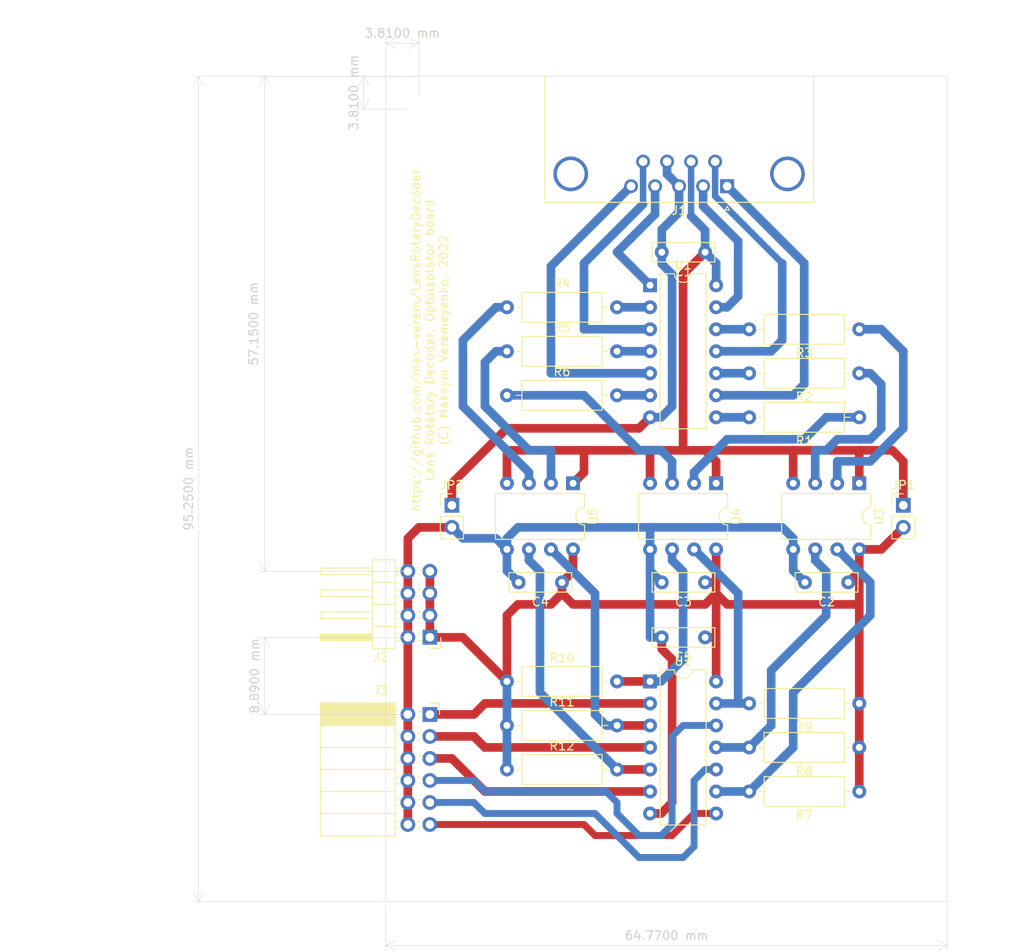
<source format=kicad_pcb>
(kicad_pcb (version 20211014) (generator pcbnew)
  (layers (0 "F.Cu" signal) (31 "B.Cu" signal) (34 "B.Paste" user) (35 "F.Paste" user) (36 "B.SilkS" user "B.Silkscreen") (37 "F.SilkS" user "F.Silkscreen") (38 "B.Mask" user) (39 "F.Mask" user) (44 "Edge.Cuts" user))
  (net 0 "")
  (net 1 "/PWR")
  (net 2 "/IRIS_A")
  (net 3 "/GND")
  (net 4 "/ZOOM_A")
  (net 5 "/IRIS_B")
  (net 6 "/FOCUS_A")
  (net 7 "/ZOOM_B")
  (net 8 "/FOCUS_B")
  (net 10 "Net-(C2-Pad1)")
  (net 11 "Net-(C2-Pad2)")
  (net 12 "Net-(R1-Pad1)")
  (net 13 "Net-(R1-Pad2)")
  (net 14 "Net-(R2-Pad2)")
  (net 15 "Net-(R2-Pad1)")
  (net 16 "Net-(R3-Pad1)")
  (net 17 "Net-(R3-Pad2)")
  (net 18 "Net-(R4-Pad2)")
  (net 19 "Net-(R4-Pad1)")
  (net 20 "Net-(R5-Pad1)")
  (net 21 "Net-(R5-Pad2)")
  (net 22 "Net-(R6-Pad2)")
  (net 23 "Net-(R6-Pad1)")
  (net 24 "Net-(R7-Pad2)")
  (net 25 "Net-(R8-Pad2)")
  (net 26 "Net-(R9-Pad2)")
  (net 27 "Net-(R10-Pad2)")
  (net 28 "Net-(R11-Pad2)")
  (net 29 "Net-(R12-Pad2)")
  (net 30 "/FOCUS_B_OUT")
  (net 31 "/ZOOM_B_OUT")
  (net 32 "/FOCUS_A_OUT")
  (net 33 "/IRIS_B_OUT")
  (net 34 "/ZOOM_A_OUT")
  (net 35 "/IRIS_A_OUT")
  (footprint "Capacitor_THT:C_Rect_L7.0mm_W2.0mm_P5.00mm" (layer "F.Cu") (at 100.33 86.36 180)
    (fp_text reference "C3" (at 2.5 -2.25) (layer "F.SilkS"))
    (fp_text value "100nF")
    (pad "1" thru_hole circle locked (at 0 0 180) (size 1.6 1.6) (drill 0.8) (layers *.Cu *.Mask) (net 10 "Net-(C2-Pad1)"))
    (pad "2" thru_hole circle locked (at 5 0 180) (size 1.6 1.6) (drill 0.8) (layers *.Cu *.Mask) (net 11 "Net-(C2-Pad2)"))
  )
  (footprint "Capacitor_THT:C_Rect_L7.0mm_W2.0mm_P5.00mm" (layer "F.Cu") (at 100.33 92.71 180)
    (fp_text reference "C5" (at 2.5 -2.25) (layer "F.SilkS"))
    (fp_text value "100nF")
    (pad "1" thru_hole circle locked (at 0 0 180) (size 1.6 1.6) (drill 0.8) (layers *.Cu *.Mask) (net 10 "Net-(C2-Pad1)"))
    (pad "2" thru_hole circle locked (at 5 0 180) (size 1.6 1.6) (drill 0.8) (layers *.Cu *.Mask) (net 11 "Net-(C2-Pad2)"))
  )
  (footprint "Connector_Dsub:DSUB-9_Male_Horizontal_P2.77x2.84mm_EdgePinOffset9.90mm_Housed_MountingHolesOffset11.32mm" (layer "F.Cu") (at 102.87 40.64 180)
    (fp_text reference "J1" (at 5.54 -2.8) (layer "F.SilkS"))
    (fp_text value "DB9_Male_MountingHoles")
    (pad "0" thru_hole circle locked (at -6.96 1.42 180) (size 4 4) (drill 3.2) (layers *.Cu *.Mask))
    (pad "0" thru_hole circle locked (at 18.04 1.42 180) (size 4 4) (drill 3.2) (layers *.Cu *.Mask))
    (pad "1" thru_hole rect locked (at 0 0 180) (size 1.6 1.6) (drill 1) (layers *.Cu *.Mask) (net 4 "/ZOOM_A"))
    (pad "2" thru_hole circle locked (at 2.77 0 180) (size 1.6 1.6) (drill 1) (layers *.Cu *.Mask) (net 8 "/FOCUS_B"))
    (pad "3" thru_hole circle locked (at 5.54 0 180) (size 1.6 1.6) (drill 1) (layers *.Cu *.Mask) (net 3 "/GND"))
    (pad "4" thru_hole circle locked (at 8.31 0 180) (size 1.6 1.6) (drill 1) (layers *.Cu *.Mask) (net 2 "/IRIS_A"))
    (pad "5" thru_hole circle locked (at 11.08 0 180) (size 1.6 1.6) (drill 1) (layers *.Cu *.Mask) (net 7 "/ZOOM_B"))
    (pad "6" thru_hole circle locked (at 1.385 2.84 180) (size 1.6 1.6) (drill 1) (layers *.Cu *.Mask) (net 6 "/FOCUS_A"))
    (pad "7" thru_hole circle locked (at 4.155 2.84 180) (size 1.6 1.6) (drill 1) (layers *.Cu *.Mask) (net 1 "/PWR"))
    (pad "8" thru_hole circle locked (at 6.925 2.84 180) (size 1.6 1.6) (drill 1) (layers *.Cu *.Mask) (net 3 "/GND"))
    (pad "9" thru_hole circle locked (at 9.695 2.84 180) (size 1.6 1.6) (drill 1) (layers *.Cu *.Mask) (net 5 "/IRIS_B"))
  )
  (footprint "Connector_PinHeader_2.54mm:PinHeader_1x02_P2.54mm_Vertical" (layer "F.Cu") (at 123.19 77.47)
    (fp_text reference "JP1" (at 0 -2.33) (layer "F.SilkS"))
    (fp_text value "Jumper_2_Open")
    (pad "1" thru_hole rect locked (at 0 0) (size 1.7 1.7) (drill 1) (layers *.Cu *.Mask) (net 1 "/PWR"))
    (pad "2" thru_hole oval locked (at 0 2.54) (size 1.7 1.7) (drill 1) (layers *.Cu *.Mask) (net 10 "Net-(C2-Pad1)"))
  )
  (footprint "Connector_PinHeader_2.54mm:PinHeader_1x02_P2.54mm_Vertical" (layer "F.Cu") (at 71.12 77.47)
    (fp_text reference "JP2" (at 0 -2.33) (layer "F.SilkS"))
    (fp_text value "Jumper_2_Open")
    (pad "1" thru_hole rect locked (at 0 0) (size 1.7 1.7) (drill 1) (layers *.Cu *.Mask) (net 3 "/GND"))
    (pad "2" thru_hole oval locked (at 0 2.54) (size 1.7 1.7) (drill 1) (layers *.Cu *.Mask) (net 11 "Net-(C2-Pad2)"))
  )
  (footprint "Resistor_THT:R_Axial_DIN0309_L9.0mm_D3.2mm_P12.70mm_Horizontal" (layer "F.Cu") (at 118.11 67.31 180)
    (fp_text reference "R1" (at 6.35 -2.72) (layer "F.SilkS"))
    (fp_text value "360")
    (pad "1" thru_hole circle locked (at 0 0 180) (size 1.6 1.6) (drill 0.8) (layers *.Cu *.Mask) (net 12 "Net-(R1-Pad1)"))
    (pad "2" thru_hole oval locked (at 12.7 0 180) (size 1.6 1.6) (drill 0.8) (layers *.Cu *.Mask) (net 13 "Net-(R1-Pad2)"))
  )
  (footprint "Resistor_THT:R_Axial_DIN0309_L9.0mm_D3.2mm_P12.70mm_Horizontal" (layer "F.Cu") (at 118.11 62.23 180)
    (fp_text reference "R2" (at 6.35 -2.72) (layer "F.SilkS"))
    (fp_text value "360")
    (pad "1" thru_hole circle locked (at 0 0 180) (size 1.6 1.6) (drill 0.8) (layers *.Cu *.Mask) (net 15 "Net-(R2-Pad1)"))
    (pad "2" thru_hole oval locked (at 12.7 0 180) (size 1.6 1.6) (drill 0.8) (layers *.Cu *.Mask) (net 14 "Net-(R2-Pad2)"))
  )
  (footprint "Resistor_THT:R_Axial_DIN0309_L9.0mm_D3.2mm_P12.70mm_Horizontal" (layer "F.Cu") (at 118.11 57.15 180)
    (fp_text reference "R3" (at 6.35 -2.72) (layer "F.SilkS"))
    (fp_text value "360")
    (pad "1" thru_hole circle locked (at 0 0 180) (size 1.6 1.6) (drill 0.8) (layers *.Cu *.Mask) (net 16 "Net-(R3-Pad1)"))
    (pad "2" thru_hole oval locked (at 12.7 0 180) (size 1.6 1.6) (drill 0.8) (layers *.Cu *.Mask) (net 17 "Net-(R3-Pad2)"))
  )
  (footprint "Resistor_THT:R_Axial_DIN0309_L9.0mm_D3.2mm_P12.70mm_Horizontal" (layer "F.Cu") (at 77.47 54.61)
    (fp_text reference "R4" (at 6.35 -2.72) (layer "F.SilkS"))
    (fp_text value "360")
    (pad "1" thru_hole circle locked (at 0 0) (size 1.6 1.6) (drill 0.8) (layers *.Cu *.Mask) (net 19 "Net-(R4-Pad1)"))
    (pad "2" thru_hole oval locked (at 12.7 0) (size 1.6 1.6) (drill 0.8) (layers *.Cu *.Mask) (net 18 "Net-(R4-Pad2)"))
  )
  (footprint "Resistor_THT:R_Axial_DIN0309_L9.0mm_D3.2mm_P12.70mm_Horizontal" (layer "F.Cu") (at 77.47 59.69)
    (fp_text reference "R5" (at 6.35 -2.72) (layer "F.SilkS"))
    (fp_text value "360")
    (pad "1" thru_hole circle locked (at 0 0) (size 1.6 1.6) (drill 0.8) (layers *.Cu *.Mask) (net 20 "Net-(R5-Pad1)"))
    (pad "2" thru_hole oval locked (at 12.7 0) (size 1.6 1.6) (drill 0.8) (layers *.Cu *.Mask) (net 21 "Net-(R5-Pad2)"))
  )
  (footprint "Resistor_THT:R_Axial_DIN0309_L9.0mm_D3.2mm_P12.70mm_Horizontal" (layer "F.Cu") (at 77.47 64.77)
    (fp_text reference "R6" (at 6.35 -2.72) (layer "F.SilkS"))
    (fp_text value "360")
    (pad "1" thru_hole circle locked (at 0 0) (size 1.6 1.6) (drill 0.8) (layers *.Cu *.Mask) (net 23 "Net-(R6-Pad1)"))
    (pad "2" thru_hole oval locked (at 12.7 0) (size 1.6 1.6) (drill 0.8) (layers *.Cu *.Mask) (net 22 "Net-(R6-Pad2)"))
  )
  (footprint "Resistor_THT:R_Axial_DIN0309_L9.0mm_D3.2mm_P12.70mm_Horizontal" (layer "F.Cu") (at 118.11 105.41 180)
    (fp_text reference "R8" (at 6.35 -2.72) (layer "F.SilkS"))
    (fp_text value "1k")
    (pad "1" thru_hole circle locked (at 0 0 180) (size 1.6 1.6) (drill 0.8) (layers *.Cu *.Mask) (net 10 "Net-(C2-Pad1)"))
    (pad "2" thru_hole oval locked (at 12.7 0 180) (size 1.6 1.6) (drill 0.8) (layers *.Cu *.Mask) (net 25 "Net-(R8-Pad2)"))
  )
  (footprint "Resistor_THT:R_Axial_DIN0309_L9.0mm_D3.2mm_P12.70mm_Horizontal" (layer "F.Cu") (at 118.11 100.33 180)
    (fp_text reference "R9" (at 6.35 -2.72) (layer "F.SilkS"))
    (fp_text value "1k")
    (pad "1" thru_hole circle locked (at 0 0 180) (size 1.6 1.6) (drill 0.8) (layers *.Cu *.Mask) (net 10 "Net-(C2-Pad1)"))
    (pad "2" thru_hole oval locked (at 12.7 0 180) (size 1.6 1.6) (drill 0.8) (layers *.Cu *.Mask) (net 26 "Net-(R9-Pad2)"))
  )
  (footprint "Resistor_THT:R_Axial_DIN0309_L9.0mm_D3.2mm_P12.70mm_Horizontal" (layer "F.Cu") (at 77.47 97.79)
    (fp_text reference "R10" (at 6.35 -2.72) (layer "F.SilkS"))
    (fp_text value "1k")
    (pad "1" thru_hole circle locked (at 0 0) (size 1.6 1.6) (drill 0.8) (layers *.Cu *.Mask) (net 10 "Net-(C2-Pad1)"))
    (pad "2" thru_hole oval locked (at 12.7 0) (size 1.6 1.6) (drill 0.8) (layers *.Cu *.Mask) (net 27 "Net-(R10-Pad2)"))
  )
  (footprint "Resistor_THT:R_Axial_DIN0309_L9.0mm_D3.2mm_P12.70mm_Horizontal" (layer "F.Cu") (at 77.47 102.87)
    (fp_text reference "R11" (at 6.35 -2.72) (layer "F.SilkS"))
    (fp_text value "1k")
    (pad "1" thru_hole circle locked (at 0 0) (size 1.6 1.6) (drill 0.8) (layers *.Cu *.Mask) (net 10 "Net-(C2-Pad1)"))
    (pad "2" thru_hole oval locked (at 12.7 0) (size 1.6 1.6) (drill 0.8) (layers *.Cu *.Mask) (net 28 "Net-(R11-Pad2)"))
  )
  (footprint "Resistor_THT:R_Axial_DIN0309_L9.0mm_D3.2mm_P12.70mm_Horizontal" (layer "F.Cu") (at 77.47 107.95)
    (fp_text reference "R12" (at 6.35 -2.72) (layer "F.SilkS"))
    (fp_text value "1k")
    (pad "1" thru_hole circle locked (at 0 0) (size 1.6 1.6) (drill 0.8) (layers *.Cu *.Mask) (net 10 "Net-(C2-Pad1)"))
    (pad "2" thru_hole oval locked (at 12.7 0) (size 1.6 1.6) (drill 0.8) (layers *.Cu *.Mask) (net 29 "Net-(R12-Pad2)"))
  )
  (footprint "Package_DIP:DIP-14_W7.62mm" (layer "F.Cu") (at 93.98 52.07)
    (fp_text reference "U1" (at 3.81 -2.33) (layer "F.SilkS"))
    (fp_text value "74AHC04")
    (pad "1" thru_hole rect locked (at 0 0) (size 1.6 1.6) (drill 0.8) (layers *.Cu *.Mask) (net 2 "/IRIS_A"))
    (pad "2" thru_hole oval locked (at 0 2.54) (size 1.6 1.6) (drill 0.8) (layers *.Cu *.Mask) (net 18 "Net-(R4-Pad2)"))
    (pad "3" thru_hole oval locked (at 0 5.08) (size 1.6 1.6) (drill 0.8) (layers *.Cu *.Mask) (net 5 "/IRIS_B"))
    (pad "4" thru_hole oval locked (at 0 7.62) (size 1.6 1.6) (drill 0.8) (layers *.Cu *.Mask) (net 21 "Net-(R5-Pad2)"))
    (pad "5" thru_hole oval locked (at 0 10.16) (size 1.6 1.6) (drill 0.8) (layers *.Cu *.Mask) (net 7 "/ZOOM_B"))
    (pad "6" thru_hole oval locked (at 0 12.7) (size 1.6 1.6) (drill 0.8) (layers *.Cu *.Mask) (net 22 "Net-(R6-Pad2)"))
    (pad "7" thru_hole oval locked (at 0 15.24) (size 1.6 1.6) (drill 0.8) (layers *.Cu *.Mask) (net 3 "/GND"))
    (pad "8" thru_hole oval locked (at 7.62 15.24) (size 1.6 1.6) (drill 0.8) (layers *.Cu *.Mask) (net 13 "Net-(R1-Pad2)"))
    (pad "9" thru_hole oval locked (at 7.62 12.7) (size 1.6 1.6) (drill 0.8) (layers *.Cu *.Mask) (net 4 "/ZOOM_A"))
    (pad "10" thru_hole oval locked (at 7.62 10.16) (size 1.6 1.6) (drill 0.8) (layers *.Cu *.Mask) (net 14 "Net-(R2-Pad2)"))
    (pad "11" thru_hole oval locked (at 7.62 7.62) (size 1.6 1.6) (drill 0.8) (layers *.Cu *.Mask) (net 6 "/FOCUS_A"))
    (pad "12" thru_hole oval locked (at 7.62 5.08) (size 1.6 1.6) (drill 0.8) (layers *.Cu *.Mask) (net 17 "Net-(R3-Pad2)"))
    (pad "13" thru_hole oval locked (at 7.62 2.54) (size 1.6 1.6) (drill 0.8) (layers *.Cu *.Mask) (net 8 "/FOCUS_B"))
    (pad "14" thru_hole oval locked (at 7.62 0) (size 1.6 1.6) (drill 0.8) (layers *.Cu *.Mask) (net 1 "/PWR"))
  )
  (footprint "Package_DIP:DIP-14_W7.62mm" (layer "F.Cu") (at 93.98 97.79)
    (fp_text reference "U2" (at 3.81 -2.33) (layer "F.SilkS"))
    (fp_text value "74AHC04")
    (pad "1" thru_hole rect locked (at 0 0) (size 1.6 1.6) (drill 0.8) (layers *.Cu *.Mask) (net 27 "Net-(R10-Pad2)"))
    (pad "2" thru_hole oval locked (at 0 2.54) (size 1.6 1.6) (drill 0.8) (layers *.Cu *.Mask) (net 31 "/ZOOM_B_OUT"))
    (pad "3" thru_hole oval locked (at 0 5.08) (size 1.6 1.6) (drill 0.8) (layers *.Cu *.Mask) (net 28 "Net-(R11-Pad2)"))
    (pad "4" thru_hole oval locked (at 0 7.62) (size 1.6 1.6) (drill 0.8) (layers *.Cu *.Mask) (net 33 "/IRIS_B_OUT"))
    (pad "5" thru_hole oval locked (at 0 10.16) (size 1.6 1.6) (drill 0.8) (layers *.Cu *.Mask) (net 29 "Net-(R12-Pad2)"))
    (pad "6" thru_hole oval locked (at 0 12.7) (size 1.6 1.6) (drill 0.8) (layers *.Cu *.Mask) (net 35 "/IRIS_A_OUT"))
    (pad "7" thru_hole oval locked (at 0 15.24) (size 1.6 1.6) (drill 0.8) (layers *.Cu *.Mask) (net 11 "Net-(C2-Pad2)"))
    (pad "8" thru_hole oval locked (at 7.62 15.24) (size 1.6 1.6) (drill 0.8) (layers *.Cu *.Mask) (net 30 "/FOCUS_B_OUT"))
    (pad "9" thru_hole oval locked (at 7.62 12.7) (size 1.6 1.6) (drill 0.8) (layers *.Cu *.Mask) (net 24 "Net-(R7-Pad2)"))
    (pad "10" thru_hole oval locked (at 7.62 10.16) (size 1.6 1.6) (drill 0.8) (layers *.Cu *.Mask) (net 32 "/FOCUS_A_OUT"))
    (pad "11" thru_hole oval locked (at 7.62 7.62) (size 1.6 1.6) (drill 0.8) (layers *.Cu *.Mask) (net 25 "Net-(R8-Pad2)"))
    (pad "12" thru_hole oval locked (at 7.62 5.08) (size 1.6 1.6) (drill 0.8) (layers *.Cu *.Mask) (net 34 "/ZOOM_A_OUT"))
    (pad "13" thru_hole oval locked (at 7.62 2.54) (size 1.6 1.6) (drill 0.8) (layers *.Cu *.Mask) (net 26 "Net-(R9-Pad2)"))
    (pad "14" thru_hole oval locked (at 7.62 0) (size 1.6 1.6) (drill 0.8) (layers *.Cu *.Mask) (net 10 "Net-(C2-Pad1)"))
  )
  (footprint "Package_DIP:DIP-8_W7.62mm" (layer "F.Cu") (at 118.11 74.93 -90)
    (fp_text reference "U3" (at 3.81 -2.33 90) (layer "F.SilkS"))
    (fp_text value "HCPL-2630")
    (pad "1" thru_hole rect locked (at 0 0 270) (size 1.6 1.6) (drill 0.8) (layers *.Cu *.Mask) (net 1 "/PWR"))
    (pad "2" thru_hole oval locked (at 0 2.54 270) (size 1.6 1.6) (drill 0.8) (layers *.Cu *.Mask) (net 16 "Net-(R3-Pad1)"))
    (pad "3" thru_hole oval locked (at 0 5.08 270) (size 1.6 1.6) (drill 0.8) (layers *.Cu *.Mask) (net 15 "Net-(R2-Pad1)"))
    (pad "4" thru_hole oval locked (at 0 7.62 270) (size 1.6 1.6) (drill 0.8) (layers *.Cu *.Mask) (net 1 "/PWR"))
    (pad "5" thru_hole oval locked (at 7.62 7.62 270) (size 1.6 1.6) (drill 0.8) (layers *.Cu *.Mask) (net 11 "Net-(C2-Pad2)"))
    (pad "6" thru_hole oval locked (at 7.62 5.08 270) (size 1.6 1.6) (drill 0.8) (layers *.Cu *.Mask) (net 25 "Net-(R8-Pad2)"))
    (pad "7" thru_hole oval locked (at 7.62 2.54 270) (size 1.6 1.6) (drill 0.8) (layers *.Cu *.Mask) (net 24 "Net-(R7-Pad2)"))
    (pad "8" thru_hole oval locked (at 7.62 0 270) (size 1.6 1.6) (drill 0.8) (layers *.Cu *.Mask) (net 10 "Net-(C2-Pad1)"))
  )
  (footprint "Package_DIP:DIP-8_W7.62mm" (layer "F.Cu") (at 101.6 74.93 -90)
    (fp_text reference "U4" (at 3.81 -2.33 90) (layer "F.SilkS"))
    (fp_text value "HCPL-2630")
    (pad "1" thru_hole rect locked (at 0 0 270) (size 1.6 1.6) (drill 0.8) (layers *.Cu *.Mask) (net 1 "/PWR"))
    (pad "2" thru_hole oval locked (at 0 2.54 270) (size 1.6 1.6) (drill 0.8) (layers *.Cu *.Mask) (net 12 "Net-(R1-Pad1)"))
    (pad "3" thru_hole oval locked (at 0 5.08 270) (size 1.6 1.6) (drill 0.8) (layers *.Cu *.Mask) (net 23 "Net-(R6-Pad1)"))
    (pad "4" thru_hole oval locked (at 0 7.62 270) (size 1.6 1.6) (drill 0.8) (layers *.Cu *.Mask) (net 1 "/PWR"))
    (pad "5" thru_hole oval locked (at 7.62 7.62 270) (size 1.6 1.6) (drill 0.8) (layers *.Cu *.Mask) (net 11 "Net-(C2-Pad2)"))
    (pad "6" thru_hole oval locked (at 7.62 5.08 270) (size 1.6 1.6) (drill 0.8) (layers *.Cu *.Mask) (net 27 "Net-(R10-Pad2)"))
    (pad "7" thru_hole oval locked (at 7.62 2.54 270) (size 1.6 1.6) (drill 0.8) (layers *.Cu *.Mask) (net 26 "Net-(R9-Pad2)"))
    (pad "8" thru_hole oval locked (at 7.62 0 270) (size 1.6 1.6) (drill 0.8) (layers *.Cu *.Mask) (net 10 "Net-(C2-Pad1)"))
  )
  (footprint "Package_DIP:DIP-8_W7.62mm" (layer "F.Cu") (at 85.09 74.93 -90)
    (fp_text reference "U5" (at 3.81 -2.33 90) (layer "F.SilkS"))
    (fp_text value "HCPL-2630")
    (pad "1" thru_hole rect locked (at 0 0 270) (size 1.6 1.6) (drill 0.8) (layers *.Cu *.Mask) (net 1 "/PWR"))
    (pad "2" thru_hole oval locked (at 0 2.54 270) (size 1.6 1.6) (drill 0.8) (layers *.Cu *.Mask) (net 20 "Net-(R5-Pad1)"))
    (pad "3" thru_hole oval locked (at 0 5.08 270) (size 1.6 1.6) (drill 0.8) (layers *.Cu *.Mask) (net 19 "Net-(R4-Pad1)"))
    (pad "4" thru_hole oval locked (at 0 7.62 270) (size 1.6 1.6) (drill 0.8) (layers *.Cu *.Mask) (net 1 "/PWR"))
    (pad "5" thru_hole oval locked (at 7.62 7.62 270) (size 1.6 1.6) (drill 0.8) (layers *.Cu *.Mask) (net 11 "Net-(C2-Pad2)"))
    (pad "6" thru_hole oval locked (at 7.62 5.08 270) (size 1.6 1.6) (drill 0.8) (layers *.Cu *.Mask) (net 29 "Net-(R12-Pad2)"))
    (pad "7" thru_hole oval locked (at 7.62 2.54 270) (size 1.6 1.6) (drill 0.8) (layers *.Cu *.Mask) (net 28 "Net-(R11-Pad2)"))
    (pad "8" thru_hole oval locked (at 7.62 0 270) (size 1.6 1.6) (drill 0.8) (layers *.Cu *.Mask) (net 10 "Net-(C2-Pad1)"))
  )
  (footprint "Capacitor_THT:C_Rect_L7.0mm_W2.0mm_P5.00mm" (layer "F.Cu") (at 100.33 48.26 180)
    (fp_text reference "C1" (at 2.5 -2.25) (layer "F.SilkS"))
    (fp_text value "100nF")
    (pad "1" thru_hole circle locked (at 0 0 180) (size 1.6 1.6) (drill 0.8) (layers *.Cu *.Mask) (net 1 "/PWR"))
    (pad "2" thru_hole circle locked (at 5 0 180) (size 1.6 1.6) (drill 0.8) (layers *.Cu *.Mask) (net 3 "/GND"))
  )
  (footprint "Capacitor_THT:C_Rect_L7.0mm_W2.0mm_P5.00mm" (layer "F.Cu") (at 116.84 86.36 180)
    (fp_text reference "C2" (at 2.5 -2.25) (layer "F.SilkS"))
    (fp_text value "100nF")
    (pad "1" thru_hole circle locked (at 0 0 180) (size 1.6 1.6) (drill 0.8) (layers *.Cu *.Mask) (net 10 "Net-(C2-Pad1)"))
    (pad "2" thru_hole circle locked (at 5 0 180) (size 1.6 1.6) (drill 0.8) (layers *.Cu *.Mask) (net 11 "Net-(C2-Pad2)"))
  )
  (footprint "Resistor_THT:R_Axial_DIN0309_L9.0mm_D3.2mm_P12.70mm_Horizontal" (layer "F.Cu") (at 118.11 110.49 180)
    (fp_text reference "R7" (at 6.35 -2.72) (layer "F.SilkS"))
    (fp_text value "1k")
    (pad "1" thru_hole circle locked (at 0 0 180) (size 1.6 1.6) (drill 0.8) (layers *.Cu *.Mask) (net 10 "Net-(C2-Pad1)"))
    (pad "2" thru_hole oval locked (at 12.7 0 180) (size 1.6 1.6) (drill 0.8) (layers *.Cu *.Mask) (net 24 "Net-(R7-Pad2)"))
  )
  (footprint "Capacitor_THT:C_Rect_L7.0mm_W2.0mm_P5.00mm" (layer "F.Cu") (at 83.82 86.36 180)
    (fp_text reference "C4" (at 2.5 -2.25) (layer "F.SilkS"))
    (fp_text value "100nF")
    (pad "1" thru_hole circle locked (at 0 0 180) (size 1.6 1.6) (drill 0.8) (layers *.Cu *.Mask) (net 10 "Net-(C2-Pad1)"))
    (pad "2" thru_hole circle locked (at 5 0 180) (size 1.6 1.6) (drill 0.8) (layers *.Cu *.Mask) (net 11 "Net-(C2-Pad2)"))
  )
  (footprint "MountingHole:MountingHole_3.2mm_M3" (layer "F.Cu") (at 67.31 119.38)
    (fp_text reference "H1" hide)
    (fp_text value "MountingHole" hide)
    (pad "" np_thru_hole circle locked (at 0 0) (size 3.2 3.2) (drill 3.2) (layers *.Cu *.Mask))
  )
  (footprint "MountingHole:MountingHole_3.2mm_M3" (layer "F.Cu") (at 124.46 31.75)
    (fp_text reference "H2" hide)
    (fp_text value "MountingHole" hide)
    (pad "" np_thru_hole circle locked (at 0 0) (size 3.2 3.2) (drill 3.2) (layers *.Cu *.Mask))
  )
  (footprint "MountingHole:MountingHole_3.2mm_M3" (layer "F.Cu") (at 67.31 31.75)
    (fp_text reference "H3" hide)
    (fp_text value "MountingHole" hide)
    (pad "" np_thru_hole circle locked (at 0 0) (size 3.2 3.2) (drill 3.2) (layers *.Cu *.Mask))
  )
  (footprint "MountingHole:MountingHole_3.2mm_M3" (layer "F.Cu") (at 124.46 119.38)
    (fp_text reference "H4" hide)
    (fp_text value "MountingHole" hide)
    (pad "" np_thru_hole circle locked (at 0 0) (size 3.2 3.2) (drill 3.2) (layers *.Cu *.Mask))
  )
  (footprint "Connector_PinHeader_2.54mm:PinHeader_2x04_P2.54mm_Horizontal" (layer "F.Cu") (at 68.58 92.7 180)
    (fp_text reference "J2" (at 5.655 -2.27) (layer "F.SilkS"))
    (fp_text value "Conn_02x04_Odd_Even")
    (pad "1" thru_hole rect locked (at 0 0 180) (size 1.7 1.7) (drill 1) (layers *.Cu *.Mask) (net 10 "Net-(C2-Pad1)"))
    (pad "2" thru_hole oval locked (at 2.54 0 180) (size 1.7 1.7) (drill 1) (layers *.Cu *.Mask) (net 11 "Net-(C2-Pad2)"))
    (pad "3" thru_hole oval locked (at 0 2.54 180) (size 1.7 1.7) (drill 1) (layers *.Cu *.Mask) (net 10 "Net-(C2-Pad1)"))
    (pad "4" thru_hole oval locked (at 2.54 2.54 180) (size 1.7 1.7) (drill 1) (layers *.Cu *.Mask) (net 11 "Net-(C2-Pad2)"))
    (pad "5" thru_hole oval locked (at 0 5.08 180) (size 1.7 1.7) (drill 1) (layers *.Cu *.Mask) (net 10 "Net-(C2-Pad1)"))
    (pad "6" thru_hole oval locked (at 2.54 5.08 180) (size 1.7 1.7) (drill 1) (layers *.Cu *.Mask) (net 11 "Net-(C2-Pad2)"))
    (pad "7" thru_hole oval locked (at 0 7.62 180) (size 1.7 1.7) (drill 1) (layers *.Cu *.Mask) (net 10 "Net-(C2-Pad1)"))
    (pad "8" thru_hole oval locked (at 2.54 7.62 180) (size 1.7 1.7) (drill 1) (layers *.Cu *.Mask) (net 11 "Net-(C2-Pad2)"))
  )
  (footprint "Connector_PinSocket_2.54mm:PinSocket_2x06_P2.54mm_Horizontal" (layer "F.Cu") (at 68.58 101.6)
    (fp_text reference "J3" (at -5.65 -2.77) (layer "F.SilkS"))
    (fp_text value "Conn_02x06_Odd_Even")
    (pad "1" thru_hole rect locked (at 0 0) (size 1.7 1.7) (drill 1) (layers *.Cu *.Mask) (net 31 "/ZOOM_B_OUT"))
    (pad "2" thru_hole oval locked (at -2.54 0) (size 1.7 1.7) (drill 1) (layers *.Cu *.Mask) (net 11 "Net-(C2-Pad2)"))
    (pad "3" thru_hole oval locked (at 0 2.54) (size 1.7 1.7) (drill 1) (layers *.Cu *.Mask) (net 33 "/IRIS_B_OUT"))
    (pad "4" thru_hole oval locked (at -2.54 2.54) (size 1.7 1.7) (drill 1) (layers *.Cu *.Mask) (net 11 "Net-(C2-Pad2)"))
    (pad "5" thru_hole oval locked (at 0 5.08) (size 1.7 1.7) (drill 1) (layers *.Cu *.Mask) (net 35 "/IRIS_A_OUT"))
    (pad "6" thru_hole oval locked (at -2.54 5.08) (size 1.7 1.7) (drill 1) (layers *.Cu *.Mask) (net 11 "Net-(C2-Pad2)"))
    (pad "7" thru_hole oval locked (at 0 7.62) (size 1.7 1.7) (drill 1) (layers *.Cu *.Mask) (net 34 "/ZOOM_A_OUT"))
    (pad "8" thru_hole oval locked (at -2.54 7.62) (size 1.7 1.7) (drill 1) (layers *.Cu *.Mask) (net 11 "Net-(C2-Pad2)"))
    (pad "9" thru_hole oval locked (at 0 10.16) (size 1.7 1.7) (drill 1) (layers *.Cu *.Mask) (net 32 "/FOCUS_A_OUT"))
    (pad "10" thru_hole oval locked (at -2.54 10.16) (size 1.7 1.7) (drill 1) (layers *.Cu *.Mask) (net 11 "Net-(C2-Pad2)"))
    (pad "11" thru_hole oval locked (at 0 12.7) (size 1.7 1.7) (drill 1) (layers *.Cu *.Mask) (net 30 "/FOCUS_B_OUT"))
    (pad "12" thru_hole oval locked (at -2.54 12.7) (size 1.7 1.7) (drill 1) (layers *.Cu *.Mask) (net 11 "Net-(C2-Pad2)"))
  )
  (gr_line (start 128.27 123.19) (end 85.09 123.19) (layer "Edge.Cuts") (width 0.05))
  (gr_line (start 63.5 27.94) (end 128.27 27.94) (layer "Edge.Cuts") (width 0.05))
  (gr_line (start 63.5 123.19) (end 85.09 123.19) (layer "Edge.Cuts") (width 0.05))
  (gr_line (start 128.27 27.94) (end 128.27 123.19) (layer "Edge.Cuts") (width 0.05))
  (gr_line (start 63.5 80.01) (end 63.5 27.94) (layer "Edge.Cuts") (width 0.05))
  (gr_line (start 63.5 80.01) (end 63.5 123.19) (layer "Edge.Cuts") (width 0.05))
  (gr_text "https://github.com/max-verem/LensRotaryDecoder\nLens Rotatary Decoder, Optoisolator board\n(C) Maksym Veremeyenko, 2022\n" (at 68.58 58.42 90) (layer "F.SilkS") (effects (font (size 1 1))))
  (dimension (type aligned) (layer "Edge.Cuts") (pts (xy 66.04 85.09) (xy 66.04 27.94)) (height -16.510003) (gr_text "57,1500 mm" (at 48.26 56.515 90) (layer "Edge.Cuts") (effects (font (size 1 1) (thickness 0.15)))) (format (units 3) (units_format 1) (precision 4)) (style (thickness 0.05) (arrow_length 1.27) (text_position_mode 2) (extension_height 0.58642) (extension_offset 0.5) keep_text_aligned))
  (dimension (type aligned) (layer "Edge.Cuts") (pts (xy 63.5 123.19) (xy 63.5 27.94)) (height -21.59) (gr_text "95,2500 mm" (at 40.76 75.565 90) (layer "Edge.Cuts") (effects (font (size 1 1) (thickness 0.15)))) (format (units 3) (units_format 1) (precision 4)) (style (thickness 0.05) (arrow_length 1.27) (text_position_mode 0) (extension_height 0.58642) (extension_offset 0.5) keep_text_aligned))
  (dimension (type aligned) (layer "Edge.Cuts") (pts (xy 67.31 31.75) (xy 63.5 31.75)) (height 7.62) (gr_text "3,8100 mm" (at 65.405 22.98) (layer "Edge.Cuts") (effects (font (size 1 1) (thickness 0.15)))) (format (units 3) (units_format 1) (precision 4)) (style (thickness 0.05) (arrow_length 1.27) (text_position_mode 0) (extension_height 0.58642) (extension_offset 0.5) keep_text_aligned))
  (dimension (type aligned) (layer "Edge.Cuts") (pts (xy 66.04 92.71) (xy 66.04 101.6)) (height 16.51) (gr_text "8,8900 mm" (at 48.38 97.155 90) (layer "Edge.Cuts") (effects (font (size 1 1) (thickness 0.15)))) (format (units 3) (units_format 1) (precision 4)) (style (thickness 0.05) (arrow_length 1.27) (text_position_mode 0) (extension_height 0.58642) (extension_offset 0.5) keep_text_aligned))
  (dimension (type aligned) (layer "Edge.Cuts") (pts (xy 63.5 123.19) (xy 128.27 123.19)) (height 5.079999) (gr_text "64,7700 mm" (at 95.885 127.119999) (layer "Edge.Cuts") (effects (font (size 1 1) (thickness 0.15)))) (format (units 3) (units_format 1) (precision 4)) (style (thickness 0.05) (arrow_length 1.27) (text_position_mode 0) (extension_height 0.58642) (extension_offset 0.5) keep_text_aligned))
  (dimension (type aligned) (layer "Edge.Cuts") (pts (xy 67.31 31.75) (xy 67.31 27.94)) (height -6.35) (gr_text "3,8100 mm" (at 59.81 29.845 90) (layer "Edge.Cuts") (effects (font (size 1 1) (thickness 0.15)))) (format (units 3) (units_format 1) (precision 4)) (style (thickness 0.05) (arrow_length 1.27) (text_position_mode 0) (extension_height 0.58642) (extension_offset 0.5) keep_text_aligned))
  (segment (start 110.49 71.12) (end 110.49 74.93) (width 1) (layer "F.Cu") (net 1))
  (segment (start 86.36 71.12) (end 77.47 71.12) (width 1) (layer "F.Cu") (net 1))
  (segment (start 97.79 71.12) (end 100.33 71.12) (width 1) (layer "F.Cu") (net 1))
  (segment (start 118.11 71.12) (end 118.11 74.93) (width 1) (layer "F.Cu") (net 1))
  (segment (start 97.79 50.8) (end 97.79 71.12) (width 1) (layer "F.Cu") (net 1))
  (segment (start 110.49 71.12) (end 118.11 71.12) (width 1) (layer "F.Cu") (net 1))
  (segment (start 100.33 48.26) (end 97.79 50.8) (width 1) (layer "F.Cu") (net 1))
  (segment (start 93.98 71.12) (end 93.98 74.93) (width 1) (layer "F.Cu") (net 1))
  (segment (start 100.33 71.12) (end 101.6 72.39) (width 1) (layer "F.Cu") (net 1))
  (segment (start 86.36 73.66) (end 85.09 74.93) (width 1) (layer "F.Cu") (net 1))
  (segment (start 100.33 71.12) (end 110.49 71.12) (width 1) (layer "F.Cu") (net 1))
  (segment (start 121.92 71.12) (end 123.19 72.39) (width 1) (layer "F.Cu") (net 1))
  (segment (start 101.6 72.39) (end 101.6 74.93) (width 1) (layer "F.Cu") (net 1))
  (segment (start 123.19 72.39) (end 123.19 77.47) (width 1) (layer "F.Cu") (net 1))
  (segment (start 118.11 71.12) (end 121.92 71.12) (width 1) (layer "F.Cu") (net 1))
  (segment (start 86.36 71.12) (end 86.36 73.66) (width 1) (layer "F.Cu") (net 1))
  (segment (start 93.98 71.12) (end 86.36 71.12) (width 1) (layer "F.Cu") (net 1))
  (segment (start 97.79 71.12) (end 93.98 71.12) (width 1) (layer "F.Cu") (net 1))
  (segment (start 77.47 71.12) (end 77.47 74.93) (width 1) (layer "F.Cu") (net 1))
  (segment (start 98.715 37.8) (end 98.715 44.105) (width 0.75) (layer "B.Cu") (net 1))
  (segment (start 100.33 48.26) (end 101.6 49.53) (width 1) (layer "B.Cu") (net 1))
  (segment (start 100.33 45.72) (end 100.33 48.26) (width 1) (layer "B.Cu") (net 1))
  (segment (start 98.715 44.105) (end 100.33 45.72) (width 1) (layer "B.Cu") (net 1))
  (segment (start 101.6 49.53) (end 101.6 52.07) (width 1) (layer "B.Cu") (net 1))
  (segment (start 90.17 48.26) (end 93.98 52.07) (width 1) (layer "B.Cu") (net 2))
  (segment (start 94.56 43.87) (end 90.17 48.26) (width 1) (layer "B.Cu") (net 2))
  (segment (start 94.56 40.64) (end 94.56 43.87) (width 1) (layer "B.Cu") (net 2))
  (segment (start 71.12 74.93) (end 77.47 68.58) (width 1) (layer "F.Cu") (net 3))
  (segment (start 77.47 68.58) (end 92.71 68.58) (width 1) (layer "F.Cu") (net 3))
  (segment (start 71.12 77.47) (end 71.12 74.93) (width 1) (layer "F.Cu") (net 3))
  (segment (start 92.71 68.58) (end 93.98 67.31) (width 1) (layer "F.Cu") (net 3))
  (segment (start 96.52 50.8) (end 96.52 66.04) (width 1) (layer "B.Cu") (net 3))
  (segment (start 97.33 43.64) (end 95.33 45.64) (width 1) (layer "B.Cu") (net 3))
  (segment (start 95.33 49.61) (end 96.52 50.8) (width 1) (layer "B.Cu") (net 3))
  (segment (start 95.33 48.26) (end 95.33 49.61) (width 1) (layer "B.Cu") (net 3))
  (segment (start 95.33 45.64) (end 95.33 48.26) (width 1) (layer "B.Cu") (net 3))
  (segment (start 95.945 37.8) (end 95.945 39.255) (width 1) (layer "B.Cu") (net 3))
  (segment (start 97.33 40.64) (end 97.33 43.64) (width 1) (layer "B.Cu") (net 3))
  (segment (start 95.25 67.31) (end 93.98 67.31) (width 1) (layer "B.Cu") (net 3))
  (segment (start 95.945 39.255) (end 97.33 40.64) (width 1) (layer "B.Cu") (net 3))
  (segment (start 96.52 66.04) (end 95.25 67.31) (width 1) (layer "B.Cu") (net 3))
  (segment (start 102.87 40.64) (end 111.76 49.53) (width 1) (layer "B.Cu") (net 4))
  (segment (start 111.76 63.5) (end 110.49 64.77) (width 1) (layer "B.Cu") (net 4))
  (segment (start 111.76 49.53) (end 111.76 63.5) (width 1) (layer "B.Cu") (net 4))
  (segment (start 110.49 64.77) (end 101.6 64.77) (width 1) (layer "B.Cu") (net 4))
  (segment (start 86.36 49.53) (end 86.36 57.15) (width 1) (layer "B.Cu") (net 5))
  (segment (start 93.175 42.715) (end 86.36 49.53) (width 1) (layer "B.Cu") (net 5))
  (segment (start 86.36 57.15) (end 93.98 57.15) (width 1) (layer "B.Cu") (net 5))
  (segment (start 93.175 37.8) (end 93.175 42.715) (width 0.75) (layer "B.Cu") (net 5))
  (segment (start 109.22 49.53) (end 109.22 58.42) (width 1) (layer "B.Cu") (net 6))
  (segment (start 101.485 41.795) (end 109.22 49.53) (width 0.75) (layer "B.Cu") (net 6))
  (segment (start 109.22 58.42) (end 107.95 59.69) (width 1) (layer "B.Cu") (net 6))
  (segment (start 101.485 37.8) (end 101.485 41.795) (width 0.75) (layer "B.Cu") (net 6))
  (segment (start 107.95 59.69) (end 101.6 59.69) (width 1) (layer "B.Cu") (net 6))
  (segment (start 93.98 62.23) (end 82.55 62.23) (width 1) (layer "B.Cu") (net 7))
  (segment (start 82.55 49.88) (end 91.79 40.64) (width 1) (layer "B.Cu") (net 7))
  (segment (start 82.55 62.23) (end 82.55 49.88) (width 1) (layer "B.Cu") (net 7))
  (segment (start 100.1 42.95) (end 104.14 46.99) (width 1) (layer "B.Cu") (net 8))
  (segment (start 104.14 53.34) (end 102.87 54.61) (width 1) (layer "B.Cu") (net 8))
  (segment (start 104.14 46.99) (end 104.14 53.34) (width 1) (layer "B.Cu") (net 8))
  (segment (start 102.87 54.61) (end 101.6 54.61) (width 1) (layer "B.Cu") (net 8))
  (segment (start 100.1 40.64) (end 100.1 42.95) (width 1) (layer "B.Cu") (net 8))
  (segment (start 72.38 92.7) (end 77.47 97.79) (width 1) (layer "F.Cu") (net 10))
  (segment (start 101.6 87.63) (end 101.6 97.79) (width 1) (layer "F.Cu") (net 10))
  (segment (start 100.33 88.9) (end 101.6 87.63) (width 1) (layer "F.Cu") (net 10))
  (segment (start 101.6 86.36) (end 101.6 87.63) (width 1) (layer "F.Cu") (net 10))
  (segment (start 101.6 82.55) (end 101.6 86.36) (width 1) (layer "F.Cu") (net 10))
  (segment (start 68.58 92.7) (end 68.58 90.16) (width 1) (layer "F.Cu") (net 10))
  (segment (start 68.58 92.7) (end 72.38 92.7) (width 1) (layer "F.Cu") (net 10))
  (segment (start 102.87 88.9) (end 118.11 88.9) (width 1) (layer "F.Cu") (net 10))
  (segment (start 118.11 105.41) (end 118.11 110.49) (width 1) (layer "F.Cu") (net 10))
  (segment (start 101.6 87.63) (end 102.87 88.9) (width 1) (layer "F.Cu") (net 10))
  (segment (start 83.82 86.36) (end 83.82 87.63) (width 1) (layer "F.Cu") (net 10))
  (segment (start 100.33 92.71) (end 101.6 92.71) (width 1) (layer "F.Cu") (net 10))
  (segment (start 68.58 90.16) (end 68.58 87.62) (width 1) (layer "F.Cu") (net 10))
  (segment (start 77.47 97.79) (end 77.47 90.17) (width 1) (layer "F.Cu") (net 10))
  (segment (start 118.11 85.09) (end 118.11 100.33) (width 1) (layer "F.Cu") (net 10))
  (segment (start 83.82 87.63) (end 85.09 88.9) (width 1) (layer "F.Cu") (net 10))
  (segment (start 85.09 82.55) (end 85.09 85.09) (width 1) (layer "F.Cu") (net 10))
  (segment (start 82.55 88.9) (end 83.82 87.63) (width 1) (layer "F.Cu") (net 10))
  (segment (start 118.11 82.55) (end 118.11 85.09) (width 1) (layer "F.Cu") (net 10))
  (segment (start 68.58 87.62) (end 68.58 85.08) (width 1) (layer "F.Cu") (net 10))
  (segment (start 100.33 86.36) (end 101.6 86.36) (width 1) (layer "F.Cu") (net 10))
  (segment (start 78.74 88.9) (end 82.55 88.9) (width 1) (layer "F.Cu") (net 10))
  (segment (start 118.11 100.33) (end 118.11 105.41) (width 1) (layer "F.Cu") (net 10))
  (segment (start 77.47 90.17) (end 78.74 88.9) (width 1) (layer "F.Cu") (net 10))
  (segment (start 118.11 82.55) (end 120.65 82.55) (width 1) (layer "F.Cu") (net 10))
  (segment (start 116.84 86.36) (end 118.11 85.09) (width 1) (layer "F.Cu") (net 10))
  (segment (start 120.65 82.55) (end 123.19 80.01) (width 1) (layer "F.Cu") (net 10))
  (segment (start 85.09 85.09) (end 83.82 86.36) (width 1) (layer "F.Cu") (net 10))
  (segment (start 85.09 88.9) (end 100.33 88.9) (width 1) (layer "F.Cu") (net 10))
  (segment (start 77.47 102.87) (end 77.47 107.95) (width 1) (layer "B.Cu") (net 10))
  (segment (start 77.47 97.79) (end 77.47 102.87) (width 1) (layer "B.Cu") (net 10))
  (segment (start 67.31 80.01) (end 71.12 80.01) (width 1) (layer "F.Cu") (net 11))
  (segment (start 66.04 90.16) (end 66.04 87.62) (width 1) (layer "F.Cu") (net 11))
  (segment (start 66.04 85.08) (end 66.04 81.28) (width 1) (layer "F.Cu") (net 11))
  (segment (start 66.04 87.62) (end 66.04 85.08) (width 1) (layer "F.Cu") (net 11))
  (segment (start 95.25 113.03) (end 93.98 113.03) (width 1) (layer "F.Cu") (net 11))
  (segment (start 66.04 111.76) (end 66.04 109.22) (width 1) (layer "F.Cu") (net 11))
  (segment (start 66.04 114.3) (end 66.04 111.76) (width 1) (layer "F.Cu") (net 11))
  (segment (start 66.04 92.7) (end 66.04 90.16) (width 1) (layer "F.Cu") (net 11))
  (segment (start 96.52 111.76) (end 95.25 113.03) (width 1) (layer "F.Cu") (net 11))
  (segment (start 96.52 95.25) (end 96.52 111.76) (width 1) (layer "F.Cu") (net 11))
  (segment (start 66.04 104.14) (end 66.04 101.6) (width 1) (layer "F.Cu") (net 11))
  (segment (start 66.04 101.6) (end 66.04 92.7) (width 1) (layer "F.Cu") (net 11))
  (segment (start 95.33 92.71) (end 95.33 94.06) (width 1) (layer "F.Cu") (net 11))
  (segment (start 66.04 81.28) (end 67.31 80.01) (width 1) (layer "F.Cu") (net 11))
  (segment (start 95.33 94.06) (end 96.52 95.25) (width 1) (layer "F.Cu") (net 11))
  (segment (start 66.04 106.68) (end 66.04 104.14) (width 1) (layer "F.Cu") (net 11))
  (segment (start 66.04 109.22) (end 66.04 106.68) (width 1) (layer "F.Cu") (net 11))
  (segment (start 109.22 80.01) (end 93.98 80.01) (width 1) (layer "B.Cu") (net 11))
  (segment (start 77.47 82.55) (end 77.47 85.01) (width 1) (layer "B.Cu") (net 11))
  (segment (start 110.49 81.28) (end 109.22 80.01) (width 1) (layer "B.Cu") (net 11))
  (segment (start 110.49 82.55) (end 110.49 85.01) (width 1) (layer "B.Cu") (net 11))
  (segment (start 93.98 82.55) (end 93.98 85.01) (width 1) (layer "B.Cu") (net 11))
  (segment (start 77.47 85.01) (end 78.82 86.36) (width 1) (layer "B.Cu") (net 11))
  (segment (start 110.49 82.55) (end 110.49 81.28) (width 1) (layer "B.Cu") (net 11))
  (segment (start 71.12 80.01) (end 72.39 81.28) (width 1) (layer "B.Cu") (net 11))
  (segment (start 77.47 81.28) (end 77.47 82.55) (width 1) (layer "B.Cu") (net 11))
  (segment (start 76.2 81.28) (end 77.47 82.55) (width 1) (layer "B.Cu") (net 11))
  (segment (start 93.98 85.01) (end 95.33 86.36) (width 1) (layer "B.Cu") (net 11))
  (segment (start 110.49 85.01) (end 111.84 86.36) (width 1) (layer "B.Cu") (net 11))
  (segment (start 93.98 85.01) (end 93.98 92.71) (width 1) (layer "B.Cu") (net 11))
  (segment (start 78.74 80.01) (end 77.47 81.28) (width 1) (layer "B.Cu") (net 11))
  (segment (start 93.98 80.01) (end 78.74 80.01) (width 1) (layer "B.Cu") (net 11))
  (segment (start 93.98 92.71) (end 95.33 92.71) (width 1) (layer "B.Cu") (net 11))
  (segment (start 93.98 82.55) (end 93.98 80.01) (width 1) (layer "B.Cu") (net 11))
  (segment (start 72.39 81.28) (end 76.2 81.28) (width 1) (layer "B.Cu") (net 11))
  (segment (start 102.87 69.85) (end 111.76 69.85) (width 1) (layer "B.Cu") (net 12))
  (segment (start 99.06 73.66) (end 102.87 69.85) (width 1) (layer "B.Cu") (net 12))
  (segment (start 99.06 74.93) (end 99.06 73.66) (width 1) (layer "B.Cu") (net 12))
  (segment (start 114.3 67.31) (end 118.11 67.31) (width 1) (layer "B.Cu") (net 12))
  (segment (start 111.76 69.85) (end 114.3 67.31) (width 1) (layer "B.Cu") (net 12))
  (segment (start 101.6 67.31) (end 105.41 67.31) (width 1) (layer "B.Cu") (net 13))
  (segment (start 101.6 62.23) (end 105.41 62.23) (width 1) (layer "B.Cu") (net 14))
  (segment (start 113.03 71.12) (end 114.3 71.12) (width 1) (layer "B.Cu") (net 15))
  (segment (start 119.38 69.85) (end 120.65 68.58) (width 1) (layer "B.Cu") (net 15))
  (segment (start 120.65 63.5) (end 119.38 62.23) (width 1) (layer "B.Cu") (net 15))
  (segment (start 120.65 68.58) (end 120.65 63.5) (width 1) (layer "B.Cu") (net 15))
  (segment (start 113.03 74.93) (end 113.03 71.12) (width 1) (layer "B.Cu") (net 15))
  (segment (start 114.3 71.12) (end 115.57 69.85) (width 1) (layer "B.Cu") (net 15))
  (segment (start 118.11 62.23) (end 119.38 62.23) (width 1) (layer "B.Cu") (net 15))
  (segment (start 115.57 69.85) (end 119.38 69.85) (width 1) (layer "B.Cu") (net 15))
  (segment (start 115.57 74.93) (end 115.57 72.39) (width 1) (layer "B.Cu") (net 16))
  (segment (start 123.19 68.58) (end 123.19 59.69) (width 1) (layer "B.Cu") (net 16))
  (segment (start 119.38 72.39) (end 123.19 68.58) (width 1) (layer "B.Cu") (net 16))
  (segment (start 115.57 72.39) (end 119.38 72.39) (width 1) (layer "B.Cu") (net 16))
  (segment (start 120.65 57.15) (end 119.38 57.15) (width 1) (layer "B.Cu") (net 16))
  (segment (start 119.38 57.15) (end 118.11 57.15) (width 1) (layer "B.Cu") (net 16))
  (segment (start 123.19 59.69) (end 120.65 57.15) (width 1) (layer "B.Cu") (net 16))
  (segment (start 101.6 57.15) (end 105.41 57.15) (width 1) (layer "B.Cu") (net 17))
  (segment (start 90.17 54.61) (end 93.98 54.61) (width 1) (layer "B.Cu") (net 18))
  (segment (start 80.01 73.66) (end 80.01 74.93) (width 1) (layer "B.Cu") (net 19))
  (segment (start 72.39 58.42) (end 72.39 66.04) (width 1) (layer "B.Cu") (net 19))
  (segment (start 72.39 66.04) (end 80.01 73.66) (width 1) (layer "B.Cu") (net 19))
  (segment (start 76.2 54.61) (end 72.39 58.42) (width 1) (layer "B.Cu") (net 19))
  (segment (start 77.47 54.61) (end 76.2 54.61) (width 1) (layer "B.Cu") (net 19))
  (segment (start 74.93 66.04) (end 80.01 71.12) (width 1) (layer "B.Cu") (net 20))
  (segment (start 74.93 60.96) (end 74.93 66.04) (width 1) (layer "B.Cu") (net 20))
  (segment (start 76.2 59.69) (end 74.93 60.96) (width 1) (layer "B.Cu") (net 20))
  (segment (start 82.55 71.12) (end 82.55 74.93) (width 1) (layer "B.Cu") (net 20))
  (segment (start 80.01 71.12) (end 82.55 71.12) (width 1) (layer "B.Cu") (net 20))
  (segment (start 77.47 59.69) (end 76.2 59.69) (width 1) (layer "B.Cu") (net 20))
  (segment (start 90.17 59.69) (end 93.98 59.69) (width 1) (layer "B.Cu") (net 21))
  (segment (start 90.17 64.77) (end 93.98 64.77) (width 1) (layer "B.Cu") (net 22))
  (segment (start 86.36 64.77) (end 92.71 71.12) (width 1) (layer "B.Cu") (net 23))
  (segment (start 96.52 72.39) (end 96.52 74.93) (width 1) (layer "B.Cu") (net 23))
  (segment (start 95.25 71.12) (end 96.52 72.39) (width 1) (layer "B.Cu") (net 23))
  (segment (start 77.47 64.77) (end 86.36 64.77) (width 1) (layer "B.Cu") (net 23))
  (segment (start 92.71 71.12) (end 95.25 71.12) (width 1) (layer "B.Cu") (net 23))
  (segment (start 105.41 110.49) (end 101.6 110.49) (width 1) (layer "B.Cu") (net 24))
  (segment (start 110.49 99.06) (end 110.49 105.41) (width 1) (layer "B.Cu") (net 24))
  (segment (start 119.38 90.17) (end 110.49 99.06) (width 1) (layer "B.Cu") (net 24))
  (segment (start 119.38 86.36) (end 119.38 90.17) (width 1) (layer "B.Cu") (net 24))
  (segment (start 110.49 105.41) (end 105.41 110.49) (width 1) (layer "B.Cu") (net 24))
  (segment (start 115.57 82.55) (end 119.38 86.36) (width 1) (layer "B.Cu") (net 24))
  (segment (start 113.03 83.82) (end 114.3 85.09) (width 1) (layer "B.Cu") (net 25))
  (segment (start 107.95 102.87) (end 105.41 105.41) (width 1) (layer "B.Cu") (net 25))
  (segment (start 113.03 82.55) (end 113.03 83.82) (width 1) (layer "B.Cu") (net 25))
  (segment (start 107.95 96.52) (end 107.95 102.87) (width 1) (layer "B.Cu") (net 25))
  (segment (start 114.3 85.09) (end 114.3 90.17) (width 1) (layer "B.Cu") (net 25))
  (segment (start 114.3 90.17) (end 107.95 96.52) (width 1) (layer "B.Cu") (net 25))
  (segment (start 105.41 105.41) (end 101.6 105.41) (width 1) (layer "B.Cu") (net 25))
  (segment (start 99.06 82.55) (end 104.14 87.63) (width 1) (layer "B.Cu") (net 26))
  (segment (start 104.14 87.63) (end 104.14 100.33) (width 1) (layer "B.Cu") (net 26))
  (segment (start 105.41 100.33) (end 104.14 100.33) (width 1) (layer "B.Cu") (net 26))
  (segment (start 104.14 100.33) (end 101.6 100.33) (width 1) (layer "B.Cu") (net 26))
  (segment (start 90.17 97.79) (end 93.98 97.79) (width 1) (layer "F.Cu") (net 27))
  (segment (start 96.52 82.55) (end 96.52 83.82) (width 1) (layer "B.Cu") (net 27))
  (segment (start 97.79 85.09) (end 97.79 95.25) (width 1) (layer "B.Cu") (net 27))
  (segment (start 97.79 95.25) (end 95.25 97.79) (width 1) (layer "B.Cu") (net 27))
  (segment (start 96.52 83.82) (end 97.79 85.09) (width 1) (layer "B.Cu") (net 27))
  (segment (start 95.25 97.79) (end 93.98 97.79) (width 1) (layer "B.Cu") (net 27))
  (segment (start 90.17 102.87) (end 93.98 102.87) (width 1) (layer "F.Cu") (net 28))
  (segment (start 88.9 102.87) (end 90.17 102.87) (width 1) (layer "B.Cu") (net 28))
  (segment (start 82.55 82.55) (end 87.63 87.63) (width 1) (layer "B.Cu") (net 28))
  (segment (start 87.63 87.63) (end 87.63 101.6) (width 1) (layer "B.Cu") (net 28))
  (segment (start 87.63 101.6) (end 88.9 102.87) (width 1) (layer "B.Cu") (net 28))
  (segment (start 90.17 107.95) (end 93.98 107.95) (width 1) (layer "F.Cu") (net 29))
  (segment (start 80.01 83.82) (end 81.28 85.09) (width 1) (layer "B.Cu") (net 29))
  (segment (start 80.01 82.55) (end 80.194511 82.734511) (width 0.75) (layer "B.Cu") (net 29))
  (segment (start 80.01 82.55) (end 80.01 83.82) (width 1) (layer "B.Cu") (net 29))
  (segment (start 81.28 85.09) (end 81.28 99.06) (width 1) (layer "B.Cu") (net 29))
  (segment (start 81.28 99.06) (end 90.17 107.95) (width 1) (layer "B.Cu") (net 29))
  (segment (start 87.63 115.57) (end 86.36 114.3) (width 0.8) (layer "F.Cu") (net 30))
  (segment (start 86.36 114.3) (end 68.58 114.3) (width 0.8) (layer "F.Cu") (net 30))
  (segment (start 99.06 113.03) (end 96.52 115.57) (width 0.8) (layer "F.Cu") (net 30))
  (segment (start 101.6 113.03) (end 99.06 113.03) (width 0.8) (layer "F.Cu") (net 30))
  (segment (start 96.52 115.57) (end 87.63 115.57) (width 0.8) (layer "F.Cu") (net 30))
  (segment (start 93.98 100.33) (end 74.93 100.33) (width 1) (layer "F.Cu") (net 31))
  (segment (start 68.58 101.6) (end 73.66 101.6) (width 1) (layer "F.Cu") (net 31))
  (segment (start 73.66 101.6) (end 74.93 100.33) (width 1) (layer "F.Cu") (net 31))
  (segment (start 74.93 113.03) (end 87.63 113.03) (width 0.8) (layer "B.Cu") (net 32))
  (segment (start 97.79 118.11) (end 92.71 118.11) (width 0.8) (layer "B.Cu") (net 32))
  (segment (start 73.66 111.76) (end 74.93 113.03) (width 0.8) (layer "B.Cu") (net 32))
  (segment (start 99.06 109.22) (end 100.33 107.95) (width 0.8) (layer "B.Cu") (net 32))
  (segment (start 100.33 107.95) (end 101.6 107.95) (width 0.8) (layer "B.Cu") (net 32))
  (segment (start 68.58 111.76) (end 73.66 111.76) (width 0.8) (layer "B.Cu") (net 32))
  (segment (start 99.06 116.84) (end 97.79 118.11) (width 0.8) (layer "B.Cu") (net 32))
  (segment (start 99.06 116.84) (end 99.06 109.22) (width 0.8) (layer "B.Cu") (net 32))
  (segment (start 92.71 118.11) (end 87.63 113.03) (width 0.8) (layer "B.Cu") (net 32))
  (segment (start 93.98 105.41) (end 74.93 105.41) (width 1) (layer "F.Cu") (net 33))
  (segment (start 68.58 104.14) (end 73.66 104.14) (width 1) (layer "F.Cu") (net 33))
  (segment (start 73.66 104.14) (end 74.93 105.41) (width 1) (layer "F.Cu") (net 33))
  (segment (start 101.6 102.87) (end 97.79 102.87) (width 0.8) (layer "B.Cu") (net 34))
  (segment (start 95.25 115.57) (end 92.71 115.57) (width 0.8) (layer "B.Cu") (net 34))
  (segment (start 96.52 104.14) (end 96.52 114.3) (width 0.8) (layer "B.Cu") (net 34))
  (segment (start 90.17 113.03) (end 90.17 111.76) (width 0.8) (layer "B.Cu") (net 34))
  (segment (start 73.66 109.22) (end 68.58 109.22) (width 0.8) (layer "B.Cu") (net 34))
  (segment (start 88.9 110.49) (end 74.93 110.49) (width 0.8) (layer "B.Cu") (net 34))
  (segment (start 96.52 114.3) (end 95.25 115.57) (width 0.8) (layer "B.Cu") (net 34))
  (segment (start 97.79 102.87) (end 96.52 104.14) (width 0.8) (layer "B.Cu") (net 34))
  (segment (start 92.71 115.57) (end 90.17 113.03) (width 0.8) (layer "B.Cu") (net 34))
  (segment (start 90.17 111.76) (end 88.9 110.49) (width 0.8) (layer "B.Cu") (net 34))
  (segment (start 74.93 110.49) (end 73.66 109.22) (width 0.8) (layer "B.Cu") (net 34))
  (segment (start 74.93 110.49) (end 71.12 106.68) (width 1) (layer "F.Cu") (net 35))
  (segment (start 93.98 110.49) (end 74.93 110.49) (width 1) (layer "F.Cu") (net 35))
  (segment (start 71.12 106.68) (end 68.58 106.68) (width 1) (layer "F.Cu") (net 35))
)
</source>
